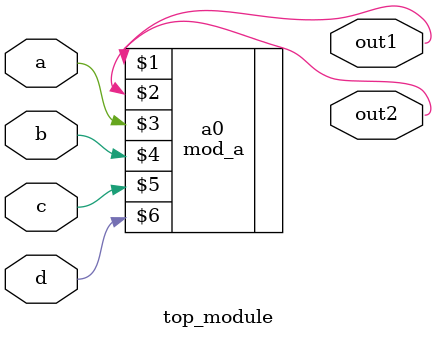
<source format=v>

module top_module (
    input a,
    input b,
    input c,
    input d,
    output out1,
    output out2
);

    mod_a a0(out1, out2, a, b, c, d);
endmodule


</source>
